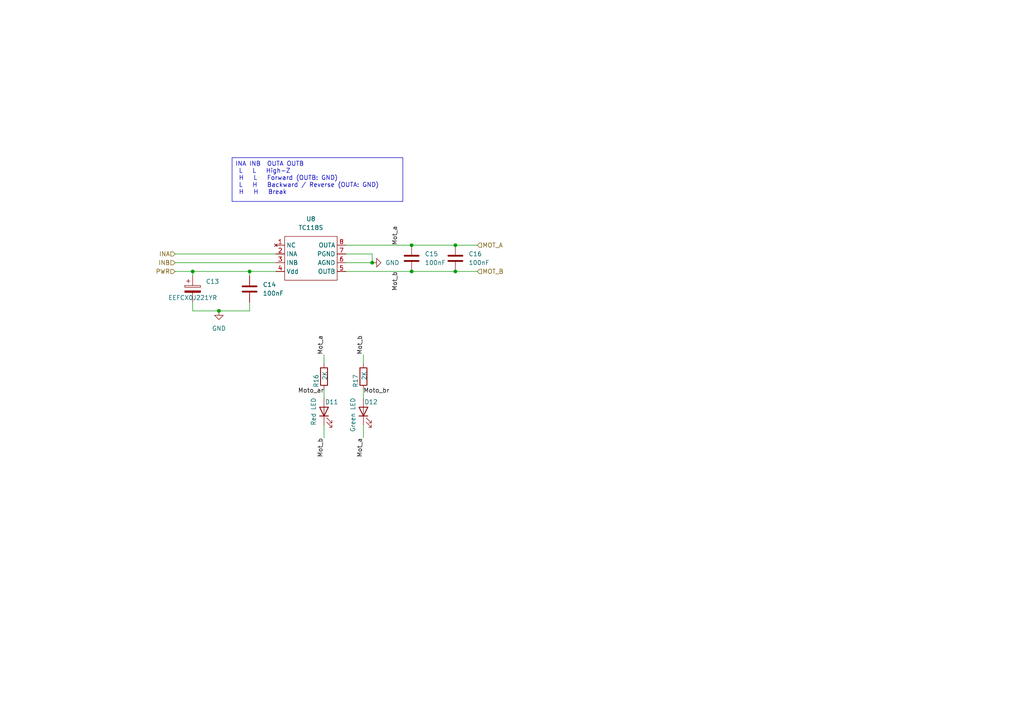
<source format=kicad_sch>
(kicad_sch (version 20250114) (generator "eeschema") (generator_version "9.0")
  (paper "A4")
  (lib_symbols
    (symbol "Device:C" (pin_numbers (hide yes)) (pin_names (offset 0.254))
      (property "Reference" "C" (at 0.635 2.54 0))
      (property "Value" "C" (at 0.635 -2.54 0))
      (symbol "C_0_1"
        (polyline (pts (xy -2.032 0.762) (xy 2.032 0.762)) (stroke (width 0.508)))
        (polyline (pts (xy -2.032 -0.762) (xy 2.032 -0.762)) (stroke (width 0.508)))
      )
      (symbol "C_1_1"
        (pin passive line (at 0 3.81 270) (length 2.794) (name "~") (number "1"))
        (pin passive line (at 0 -3.81 90) (length 2.794) (name "~") (number "2"))
      )
    )
    (symbol "Device:C_Polarized" (pin_numbers (hide yes)) (pin_names (offset 0.254))
      (property "Reference" "C" (at 0.635 2.54 0))
      (property "Value" "C_Polarized" (at 0.635 -2.54 0))
      (symbol "C_Polarized_0_1"
        (rectangle (start -2.286 0.508) (end 2.286 1.016))
        (polyline (pts (xy -1.778 2.286) (xy -0.762 2.286)))
        (polyline (pts (xy -1.27 2.794) (xy -1.27 1.778)))
        (rectangle (start 2.286 -0.508) (end -2.286 -1.016) (fill (type outline)))
      )
      (symbol "C_Polarized_1_1"
        (pin passive line (at 0 3.81 270) (length 2.794) (name "~") (number "1"))
        (pin passive line (at 0 -3.81 90) (length 2.794) (name "~") (number "2"))
      )
    )
    (symbol "Device:LED" (pin_numbers (hide yes)) (pin_names (offset 1.016) (hide yes))
      (property "Reference" "D" (at 0 2.54 0))
      (property "Value" "LED" (at 0 -2.54 0))
      (symbol "LED_0_1"
        (polyline (pts (xy -3.048 -0.762) (xy -4.572 -2.286) (xy -3.81 -2.286) (xy -4.572 -2.286) (xy -4.572 -1.524)))
        (polyline (pts (xy -1.778 -0.762) (xy -3.302 -2.286) (xy -2.54 -2.286) (xy -3.302 -2.286) (xy -3.302 -1.524)))
        (polyline (pts (xy -1.27 0) (xy 1.27 0)))
        (polyline (pts (xy -1.27 -1.27) (xy -1.27 1.27)) (stroke (width 0.254)))
        (polyline (pts (xy 1.27 -1.27) (xy 1.27 1.27) (xy -1.27 0) (xy 1.27 -1.27)) (stroke (width 0.254)))
      )
      (symbol "LED_1_1"
        (pin passive line (at -3.81 0 0) (length 2.54) (name "K") (number "1"))
        (pin passive line (at 3.81 0 180) (length 2.54) (name "A") (number "2"))
      )
    )
    (symbol "Device:R" (pin_numbers (hide yes)) (pin_names (offset 0))
      (property "Reference" "R" (at 2.032 0 90))
      (property "Value" "R" (at 0 0 90))
      (symbol "R_0_1"
        (rectangle (start -1.016 -2.54) (end 1.016 2.54) (stroke (width 0.254)))
      )
      (symbol "R_1_1"
        (pin passive line (at 0 3.81 270) (length 1.27) (name "~") (number "1"))
        (pin passive line (at 0 -3.81 90) (length 1.27) (name "~") (number "2"))
      )
    )
    (symbol "local:TC118S"
      (property "Reference" "U" (at 0 0 0))
      (property "Value" "TC118S" (at 0 0 0))
      (symbol "TC118S_0_1"
        (rectangle (start -7.62 6.35) (end 7.62 -6.35))
      )
      (symbol "TC118S_1_1"
        (pin no_connect line (at -10.16 3.81 0) (length 2.54) (name "NC") (number "1"))
        (pin input line (at -10.16 1.27 0) (length 2.54) (name "INA") (number "2"))
        (pin input line (at -10.16 -1.27 0) (length 2.54) (name "INB") (number "3"))
        (pin power_in line (at -10.16 -3.81 0) (length 2.54) (name "Vdd") (number "4"))
        (pin power_out line (at 10.16 3.81 180) (length 2.54) (name "OUTA") (number "8"))
        (pin power_in line (at 10.16 1.27 180) (length 2.54) (name "PGND") (number "7"))
        (pin power_in line (at 10.16 -1.27 180) (length 2.54) (name "AGND") (number "6"))
        (pin power_out line (at 10.16 -3.81 180) (length 2.54) (name "OUTB") (number "5"))
      )
    )
    (symbol "power:GND" (power) (pin_numbers (hide yes)) (pin_names (offset 0) (hide yes))
      (property "Value" "GND" (at 0 -3.81 0))
      (symbol "GND_0_1"
        (polyline (pts (xy 0 0) (xy 0 -1.27) (xy 1.27 -1.27) (xy 0 -2.54) (xy -1.27 -1.27) (xy 0 -1.27)))
      )
      (symbol "GND_1_1"
        (pin power_in line (at 0 0 270) (length 0) (name "~") (number "1"))
      )
    )
  )
  (text_box "INA INB  OUTA OUTB\n L   L   High-Z\n H   L   Forward (OUTB: GND)\n L   H   Backward / Reverse (OUTA: GND)\n H   H   Break" (at 67.31 45.72 0) (size 49.53 12.7) (margins 0.9525 0.9525 0.9525 0.9525) (effects (font (size 1.27 1.27)) (justify left top)))
  (junction (at 132.08 78.74))
  (junction (at 72.39 78.74))
  (junction (at 55.88 78.74))
  (junction (at 119.38 71.12))
  (junction (at 119.38 78.74))
  (junction (at 63.5 90.17))
  (junction (at 132.08 71.12))
  (junction (at 107.95 76.2))
  (wire (pts (xy 50.8 73.66) (xy 80.01 73.66)))
  (wire (pts (xy 72.39 78.74) (xy 80.01 78.74)))
  (wire (pts (xy 55.88 87.63) (xy 55.88 90.17)))
  (wire (pts (xy 63.5 90.17) (xy 72.39 90.17)))
  (wire (pts (xy 119.38 71.12) (xy 132.08 71.12)))
  (wire (pts (xy 93.98 123.19) (xy 93.98 127)))
  (wire (pts (xy 105.41 113.03) (xy 105.41 115.57)))
  (wire (pts (xy 55.88 78.74) (xy 55.88 80.01)))
  (wire (pts (xy 132.08 78.74) (xy 138.43 78.74)))
  (wire (pts (xy 105.41 123.19) (xy 105.41 127)))
  (wire (pts (xy 100.33 73.66) (xy 107.95 73.66)))
  (wire (pts (xy 55.88 90.17) (xy 63.5 90.17)))
  (wire (pts (xy 55.88 78.74) (xy 72.39 78.74)))
  (wire (pts (xy 72.39 78.74) (xy 72.39 80.01)))
  (wire (pts (xy 50.8 76.2) (xy 80.01 76.2)))
  (wire (pts (xy 50.8 78.74) (xy 55.88 78.74)))
  (wire (pts (xy 119.38 78.74) (xy 132.08 78.74)))
  (wire (pts (xy 72.39 90.17) (xy 72.39 87.63)))
  (wire (pts (xy 107.95 76.2) (xy 100.33 76.2)))
  (wire (pts (xy 100.33 71.12) (xy 119.38 71.12)))
  (wire (pts (xy 107.95 73.66) (xy 107.95 76.2)))
  (wire (pts (xy 93.98 113.03) (xy 93.98 115.57)))
  (wire (pts (xy 93.98 102.87) (xy 93.98 105.41)))
  (wire (pts (xy 100.33 78.74) (xy 119.38 78.74)))
  (wire (pts (xy 132.08 71.12) (xy 138.43 71.12)))
  (wire (pts (xy 105.41 102.87) (xy 105.41 105.41)))
  (label "Mot_b" (at 93.98 127 270))
  (label "Mot_b" (at 105.41 102.87 90))
  (label "Moto_ar" (at 93.98 114.3 180))
  (label "Mot_a" (at 105.41 127 270))
  (label "Mot_a" (at 93.98 102.87 90))
  (label "Mot_a" (at 115.57 71.12 90))
  (label "Moto_br" (at 105.41 114.3 0))
  (label "Mot_b" (at 115.57 78.74 270))
  (hierarchical_label "MOT_B" (shape input) (at 138.43 78.74 0))
  (hierarchical_label "MOT_A" (shape input) (at 138.43 71.12 0))
  (hierarchical_label "INB" (shape input) (at 50.8 76.2 180))
  (hierarchical_label "INA" (shape input) (at 50.8 73.66 180))
  (hierarchical_label "PWR" (shape input) (at 50.8 78.74 180))
  (symbol (lib_id "power:GND") (at 107.95 76.2 90) (unit 1)
    (property "Reference" "#PWR042" (effects (hide yes)))
    (property "Value" "GND" (at 111.76 76.1999 90) (effects (justify right)))
    (property "Description" "Power symbol creates a global label with name \"GND\" , ground" (effects (hide yes)))
    (instances (project "esp32-c3" (path "" (reference "#PWR044") (unit 1)) (path "" (reference "#PWR042") (unit 1))))
  )
  (symbol (lib_id "local:TC118S") (at 90.17 74.93 0) (unit 1)
    (property "Reference" "U7" (at 90.17 63.5 0))
    (property "Value" "TC118S" (at 90.17 66.04 0))
    (property "Footprint" "Package_SO:SOP-8_3.9x4.9mm_P1.27mm" (effects (hide yes)))
    (property "Description" "Moror Controller" (effects (hide yes)))
    (property "LCSC" "C88308" (effects (hide yes)))
    (instances (project "esp32-c3" (path "" (reference "U8") (unit 1)) (path "" (reference "U7") (unit 1))))
  )
  (symbol (lib_id "Device:C") (at 132.08 74.93 0) (unit 1)
    (property "Reference" "C12" (at 135.89 73.6599 0) (effects (justify left)))
    (property "Value" "100nF" (at 135.89 76.1999 0) (effects (justify left)))
    (property "Footprint" "Capacitor_SMD:C_0402_1005Metric" (effects (hide yes)))
    (property "Description" "Unpolarized capacitor" (effects (hide yes)))
    (property "LCSC" "C1525" (effects (hide yes)))
    (instances (project "esp32-c3" (path "" (reference "C16") (unit 1)) (path "" (reference "C12") (unit 1))))
  )
  (symbol (lib_id "power:GND") (at 63.5 90.17 0) (unit 1)
    (property "Reference" "#PWR041" (effects (hide yes)))
    (property "Value" "GND" (at 63.5 95.25 0))
    (property "Description" "Power symbol creates a global label with name \"GND\" , ground" (effects (hide yes)))
    (instances (project "esp32-c3" (path "" (reference "#PWR043") (unit 1)) (path "" (reference "#PWR041") (unit 1))))
  )
  (symbol (lib_id "Device:C") (at 72.39 83.82 0) (unit 1)
    (property "Reference" "C10" (at 76.2 82.5499 0) (effects (justify left)))
    (property "Value" "100nF" (at 76.2 85.0899 0) (effects (justify left)))
    (property "Footprint" "Capacitor_SMD:C_0402_1005Metric" (effects (hide yes)))
    (property "Description" "Unpolarized capacitor" (effects (hide yes)))
    (property "LCSC" "C1525" (effects (hide yes)))
    (instances (project "esp32-c3" (path "" (reference "C14") (unit 1)) (path "" (reference "C10") (unit 1))))
  )
  (symbol (lib_id "Device:R") (at 93.98 109.22 180) (unit 1)
    (property "Reference" "R14" (at 91.694 110.49 90))
    (property "Value" "2K" (at 94.234 108.966 90))
    (property "Footprint" "Resistor_SMD:R_0402_1005Metric" (effects (hide yes)))
    (property "Description" "Resistor" (effects (hide yes)))
    (instances (project "esp32-c3" (path "" (reference "R16") (unit 1)) (path "" (reference "R14") (unit 1))))
  )
  (symbol (lib_id "Device:C_Polarized") (at 55.88 83.82 0) (unit 1)
    (property "Reference" "C9" (at 59.69 81.6609 0) (effects (justify left)))
    (property "Value" "EEFCX0J221YR" (at 48.768 86.36 0) (effects (justify left)))
    (property "Footprint" "local:CP_SMD_4.3x7.3mm" (effects (hide yes)))
    (property "Description" "Polarized capacitor" (effects (hide yes)))
    (property "LCSC" "C1414444" (effects (hide yes)))
    (instances (project "esp32-c3" (path "" (reference "C13") (unit 1)) (path "" (reference "C9") (unit 1))))
  )
  (symbol (lib_id "Device:LED") (at 93.98 119.38 90) (unit 1)
    (property "Reference" "D9" (at 94.234 116.586 90) (effects (justify right)))
    (property "Value" "Red LED" (at 90.932 115.316 0) (effects (justify right)))
    (property "Footprint" "LED_SMD:LED_0402_1005Metric" (effects (hide yes)))
    (property "Description" "Light emitting diode" (effects (hide yes)))
    (property "Sim.Pins" "1=K 2=A" (effects (hide yes)))
    (property "LCSC" "C264407" (effects (hide yes)))
    (instances (project "esp32-c3" (path "" (reference "D11") (unit 1)) (path "" (reference "D9") (unit 1))))
  )
  (symbol (lib_id "Device:R") (at 105.41 109.22 180) (unit 1)
    (property "Reference" "R15" (at 103.124 110.49 90))
    (property "Value" "2K" (at 105.664 108.966 90))
    (property "Footprint" "Resistor_SMD:R_0402_1005Metric" (effects (hide yes)))
    (property "Description" "Resistor" (effects (hide yes)))
    (instances (project "esp32-c3" (path "" (reference "R17") (unit 1)) (path "" (reference "R15") (unit 1))))
  )
  (symbol (lib_id "Device:LED") (at 105.41 119.38 90) (unit 1)
    (property "Reference" "D10" (at 105.664 116.586 90) (effects (justify right)))
    (property "Value" "Green LED" (at 102.362 115.316 0) (effects (justify right)))
    (property "Footprint" "LED_SMD:LED_0402_1005Metric" (effects (hide yes)))
    (property "Description" "Light emitting diode" (effects (hide yes)))
    (property "Sim.Pins" "1=K 2=A" (effects (hide yes)))
    (property "LCSC" "C434446" (effects (hide yes)))
    (instances (project "esp32-c3" (path "" (reference "D12") (unit 1)) (path "" (reference "D10") (unit 1))))
  )
  (symbol (lib_id "Device:C") (at 119.38 74.93 0) (unit 1)
    (property "Reference" "C11" (at 123.19 73.6599 0) (effects (justify left)))
    (property "Value" "100nF" (at 123.19 76.1999 0) (effects (justify left)))
    (property "Footprint" "Capacitor_SMD:C_0402_1005Metric" (effects (hide yes)))
    (property "Description" "Unpolarized capacitor" (effects (hide yes)))
    (property "LCSC" "C1525" (effects (hide yes)))
    (instances (project "esp32-c3" (path "" (reference "C15") (unit 1)) (path "" (reference "C11") (unit 1))))
  )
)
</source>
